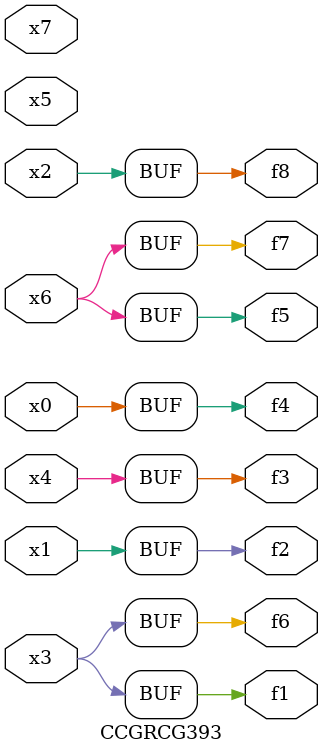
<source format=v>
module CCGRCG393(
	input x0, x1, x2, x3, x4, x5, x6, x7,
	output f1, f2, f3, f4, f5, f6, f7, f8
);
	assign f1 = x3;
	assign f2 = x1;
	assign f3 = x4;
	assign f4 = x0;
	assign f5 = x6;
	assign f6 = x3;
	assign f7 = x6;
	assign f8 = x2;
endmodule

</source>
